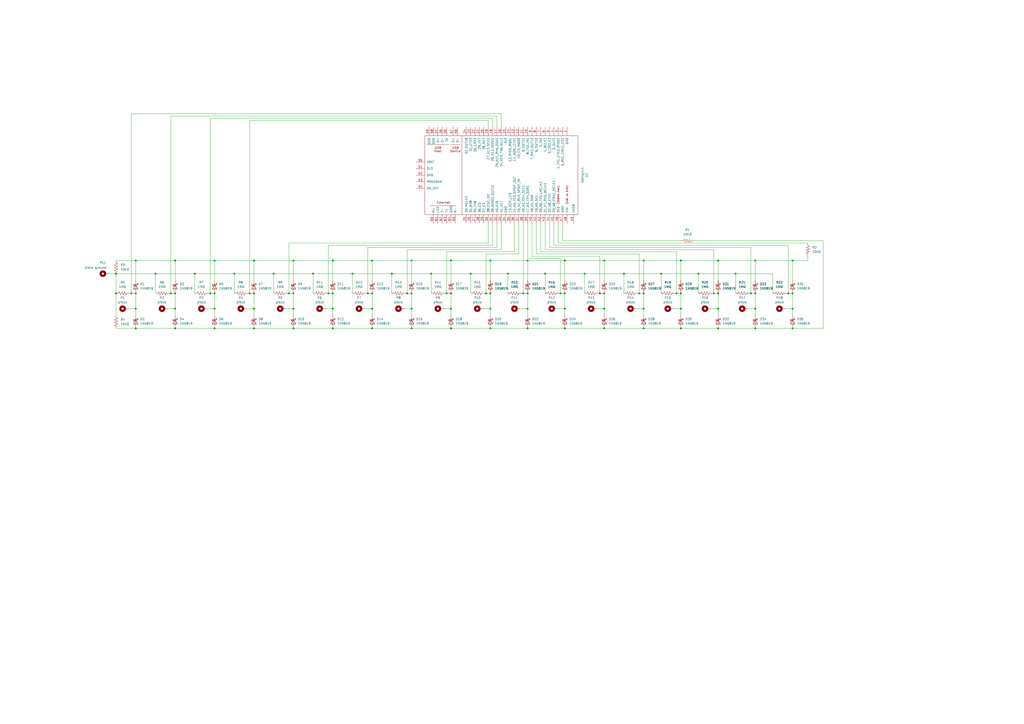
<source format=kicad_sch>
(kicad_sch (version 20231120) (generator "eeschema") (generator_version "8.0")
  (paper "A2")
  (lib_symbols
    (symbol "Device:R_US" (pin_numbers hide) (pin_names (offset 0))
      (property "Reference" "R" (at 2.54 0 90))
      (property "Value" "R_US" (at -2.54 0 90))
      (symbol "R_US_1_1"
        (pin passive line (at 0 3.81 270) (length 1.27) (name "~") (number "1"))
        (pin passive line (at 0 -3.81 90) (length 1.27) (name "~") (number "2"))
      )
    )
    (symbol "Diode:1N5819" (pin_numbers hide) (pin_names (offset 1.016) hide)
      (property "Reference" "D" (at 0 2.54 0))
      (property "Value" "1N5819" (at 0 -2.54 0))
      (symbol "1N5819_1_1"
        (pin passive line (at -3.81 0 0) (length 2.54) (name "K") (number "1"))
        (pin passive line (at 3.81 0 180) (length 2.54) (name "A") (number "2"))
      )
    )
    (symbol "Mechanical:MountingHole_Pad" (pin_numbers hide) (pin_names (offset 1.016) hide) (exclude_from_sim yes) (in_bom no)
      (property "Reference" "H" (at 0 6.35 0))
      (property "Value" "MountingHole_Pad" (at 0 4.445 0))
      (symbol "MountingHole_Pad_1_1"
        (pin input line (at 0 -2.54 90) (length 2.54) (name "1") (number "1"))
      )
    )
    (symbol "Teensy:Teensy4.1" (pin_names (offset 1.016))
      (property "Reference" "U" (at 0 64.77 0))
      (property "Value" "Teensy4.1" (at 0 62.23 0))
      (symbol "Teensy4.1_0_0"
        (text "(250mA max)" (at 11.43 49.53 0) (effects (font (size 1.016 1.016))))
        (text "(3.6v to 5.5v)" (at 11.43 54.61 0) (effects (font (size 1.016 1.016))))
        (text "Device" (at -13.97 -10.16 900) (effects (font (size 1.27 1.27))))
        (text "Ethernet" (at 15.875 -17.145 900) (effects (font (size 1.27 1.27))))
        (text "Host" (at -13.97 -20.32 900) (effects (font (size 1.27 1.27))))
        (text "USB" (at -15.875 -20.32 900) (effects (font (size 1.27 1.27))))
        (text "USB" (at -15.875 -10.16 900) (effects (font (size 1.27 1.27))))
        (pin bidirectional line (at -27.94 31.75 0) (length 5.08) (name "8_TX2_IN1") (number "10"))
        (pin bidirectional line (at -27.94 29.21 0) (length 5.08) (name "9_OUT1C") (number "11"))
        (pin bidirectional line (at -27.94 26.67 0) (length 5.08) (name "10_CS_MQSR") (number "12"))
        (pin bidirectional line (at -27.94 24.13 0) (length 5.08) (name "11_MOSI_CTX1") (number "13"))
        (pin bidirectional line (at -27.94 21.59 0) (length 5.08) (name "12_MISO_MQSL") (number "14"))
        (pin power_in line (at -27.94 19.05 0) (length 5.08) (name "3V3") (number "15"))
        (pin bidirectional line (at -27.94 16.51 0) (length 5.08) (name "24_A10_TX6_SCL2") (number "16"))
        (pin bidirectional line (at -27.94 13.97 0) (length 5.08) (name "25_A11_RX6_SDA2") (number "17"))
        (pin bidirectional line (at -27.94 11.43 0) (length 5.08) (name "26_A12_MOSI1") (number "18"))
        (pin bidirectional line (at -27.94 8.89 0) (length 5.08) (name "27_A13_SCK1") (number "19"))
        (pin bidirectional line (at -27.94 6.35 0) (length 5.08) (name "28_RX7") (number "20"))
        (pin bidirectional line (at -27.94 3.81 0) (length 5.08) (name "29_TX7") (number "21"))
        (pin bidirectional line (at -27.94 1.27 0) (length 5.08) (name "30_CRX3") (number "22"))
        (pin bidirectional line (at -27.94 -1.27 0) (length 5.08) (name "31_CTX3") (number "23"))
        (pin bidirectional line (at -27.94 -3.81 0) (length 5.08) (name "32_OUT1B") (number "24"))
        (pin bidirectional line (at 27.94 -3.81 180) (length 5.08) (name "33_MCLK2") (number "25"))
        (pin bidirectional line (at 27.94 -1.27 180) (length 5.08) (name "34_RX8") (number "26"))
        (pin bidirectional line (at 27.94 1.27 180) (length 5.08) (name "35_TX8") (number "27"))
        (pin bidirectional line (at 27.94 3.81 180) (length 5.08) (name "36_CS") (number "28"))
        (pin bidirectional line (at 27.94 6.35 180) (length 5.08) (name "37_CS") (number "29"))
        (pin bidirectional line (at 27.94 8.89 180) (length 5.08) (name "38_CS1_IN1") (number "30"))
        (pin bidirectional line (at 27.94 11.43 180) (length 5.08) (name "39_MISO1_OUT1A") (number "31"))
        (pin bidirectional line (at 27.94 13.97 180) (length 5.08) (name "40_A16") (number "32"))
        (pin bidirectional line (at 27.94 16.51 180) (length 5.08) (name "41_A17") (number "33"))
        (pin bidirectional line (at 27.94 21.59 180) (length 5.08) (name "13_SCK_LED") (number "35"))
        (pin bidirectional line (at 27.94 24.13 180) (length 5.08) (name "14_A0_TX3_SPDIF_OUT") (number "36"))
        (pin bidirectional line (at 27.94 26.67 180) (length 5.08) (name "15_A1_RX3_SPDIF_IN") (number "37"))
        (pin bidirectional line (at 27.94 29.21 180) (length 5.08) (name "16_A2_RX4_SCL1") (number "38"))
        (pin bidirectional line (at 27.94 31.75 180) (length 5.08) (name "17_A3_TX4_SDA1") (number "39"))
        (pin bidirectional line (at 27.94 34.29 180) (length 5.08) (name "18_A4_SDA") (number "40"))
        (pin bidirectional line (at 27.94 36.83 180) (length 5.08) (name "19_A5_SCL") (number "41"))
        (pin bidirectional line (at 27.94 39.37 180) (length 5.08) (name "20_A6_TX5_LRCLK1") (number "42"))
        (pin bidirectional line (at 27.94 41.91 180) (length 5.08) (name "21_A7_RX5_BCLK1") (number "43"))
        (pin bidirectional line (at 27.94 44.45 180) (length 5.08) (name "22_A8_CTX1") (number "44"))
        (pin bidirectional line (at 27.94 46.99 180) (length 5.08) (name "23_A9_CRX1_MCLK1") (number "45"))
        (pin output line (at 27.94 49.53 180) (length 5.08) (name "3V3") (number "46"))
        (pin output line (at 27.94 52.07 180) (length 5.08) (name "GND") (number "47"))
        (pin power_in line (at 27.94 54.61 180) (length 5.08) (name "VIN") (number "48"))
        (pin power_out line (at 27.94 58.42 180) (length 5.08) (name "VUSB") (number "49"))
        (pin bidirectional line (at -27.94 44.45 0) (length 5.08) (name "3_LRCLK2") (number "5"))
        (pin power_in line (at -7.62 -33.02 90) (length 5.08) (name "VBAT") (number "50"))
        (pin power_in line (at -3.81 -33.02 90) (length 5.08) (name "3V3") (number "51"))
        (pin input line (at 0 -33.02 90) (length 5.08) (name "GND") (number "52"))
        (pin input line (at 3.81 -33.02 90) (length 5.08) (name "PROGRAM") (number "53"))
        (pin input line (at 7.62 -33.02 90) (length 5.08) (name "ON_OFF") (number "54"))
        (pin power_out line (at -27.94 -15.24 0) (length 5.08) (name "5V") (number "55"))
        (pin bidirectional line (at -27.94 -17.78 0) (length 5.08) (name "D-") (number "56"))
        (pin bidirectional line (at -27.94 -20.32 0) (length 5.08) (name "D+") (number "57"))
        (pin power_in line (at -27.94 -22.86 0) (length 5.08) (name "GND") (number "58"))
        (pin power_in line (at -27.94 -25.4 0) (length 5.08) (name "GND") (number "59"))
        (pin bidirectional line (at -27.94 41.91 0) (length 5.08) (name "4_BCLK2") (number "6"))
        (pin bidirectional line (at 27.94 -22.86 180) (length 5.08) (name "R+") (number "60"))
        (pin bidirectional line (at 27.94 -20.32 180) (length 5.08) (name "LED") (number "61"))
        (pin bidirectional line (at 27.94 -17.78 180) (length 5.08) (name "T-") (number "62"))
        (pin bidirectional line (at 27.94 -15.24 180) (length 5.08) (name "T+") (number "63"))
        (pin power_in line (at 27.94 -12.7 180) (length 5.08) (name "GND") (number "64"))
        (pin bidirectional line (at 27.94 -10.16 180) (length 5.08) (name "R-") (number "65"))
        (pin bidirectional line (at -27.94 -8.89 0) (length 5.08) (name "D-") (number "66"))
        (pin bidirectional line (at -27.94 -11.43 0) (length 5.08) (name "D+") (number "67"))
        (pin bidirectional line (at -27.94 39.37 0) (length 5.08) (name "5_IN2") (number "7"))
        (pin bidirectional line (at -27.94 36.83 0) (length 5.08) (name "6_OUT1D") (number "8"))
        (pin bidirectional line (at -27.94 34.29 0) (length 5.08) (name "7_RX2_OUT1A") (number "9"))
      )
      (symbol "Teensy4.1_1_1"
        (pin power_in line (at -27.94 54.61 0) (length 5.08) (name "GND") (number "1"))
        (pin bidirectional line (at -27.94 52.07 0) (length 5.08) (name "0_RX1_CRX2_CS1") (number "2"))
        (pin bidirectional line (at -27.94 49.53 0) (length 5.08) (name "1_TX1_CTX2_MISO1") (number "3"))
        (pin power_in line (at 27.94 19.05 180) (length 5.08) (name "GND") (number "34"))
        (pin bidirectional line (at -27.94 46.99 0) (length 5.08) (name "2_OUT2") (number "4"))
      )
    )
  )
  (junction (at 438.15 179.07))
  (junction (at 350.52 190.5))
  (junction (at 306.07 170.18))
  (junction (at 67.31 158.75))
  (junction (at 327.66 190.5))
  (junction (at 170.18 179.07))
  (junction (at 121.92 170.18))
  (junction (at 350.52 179.07))
  (junction (at 78.74 179.07))
  (junction (at 459.74 190.5))
  (junction (at 236.22 170.18))
  (junction (at 350.52 151.13))
  (junction (at 170.18 170.18))
  (junction (at 435.61 170.18))
  (junction (at 316.23 158.75))
  (junction (at 405.13 158.75))
  (junction (at 78.74 190.5))
  (junction (at 124.46 190.5))
  (junction (at 294.64 158.75))
  (junction (at 170.18 190.5))
  (junction (at 414.02 170.18))
  (junction (at 90.17 158.75))
  (junction (at 416.56 151.13))
  (junction (at 284.48 170.18))
  (junction (at 347.98 170.18))
  (junction (at 78.74 151.13))
  (junction (at 327.66 151.13))
  (junction (at 426.72 158.75))
  (junction (at 259.08 170.18))
  (junction (at 459.74 151.13))
  (junction (at 325.12 170.18))
  (junction (at 306.07 190.5))
  (junction (at 193.04 151.13))
  (junction (at 459.74 170.18))
  (junction (at 147.32 190.5))
  (junction (at 373.38 179.07))
  (junction (at 238.76 190.5))
  (junction (at 261.62 190.5))
  (junction (at 101.6 170.18))
  (junction (at 361.95 158.75))
  (junction (at 193.04 190.5))
  (junction (at 339.09 158.75))
  (junction (at 373.38 190.5))
  (junction (at 238.76 179.07))
  (junction (at 101.6 190.5))
  (junction (at 124.46 179.07))
  (junction (at 261.62 170.18))
  (junction (at 438.15 170.18))
  (junction (at 327.66 179.07))
  (junction (at 373.38 151.13))
  (junction (at 383.54 158.75))
  (junction (at 144.78 170.18))
  (junction (at 147.32 170.18))
  (junction (at 193.04 170.18))
  (junction (at 227.33 158.75))
  (junction (at 167.64 170.18))
  (junction (at 438.15 190.5))
  (junction (at 76.2 170.18))
  (junction (at 193.04 179.07))
  (junction (at 370.84 170.18))
  (junction (at 190.5 170.18))
  (junction (at 113.03 158.75))
  (junction (at 350.52 170.18))
  (junction (at 67.31 170.18))
  (junction (at 215.9 179.07))
  (junction (at 261.62 179.07))
  (junction (at 99.06 170.18))
  (junction (at 204.47 158.75))
  (junction (at 158.75 158.75))
  (junction (at 284.48 151.13))
  (junction (at 416.56 190.5))
  (junction (at 459.74 179.07))
  (junction (at 416.56 170.18))
  (junction (at 135.89 158.75))
  (junction (at 261.62 151.13))
  (junction (at 147.32 151.13))
  (junction (at 101.6 151.13))
  (junction (at 213.36 170.18))
  (junction (at 394.97 190.5))
  (junction (at 327.66 170.18))
  (junction (at 394.97 170.18))
  (junction (at 438.15 151.13))
  (junction (at 394.97 179.07))
  (junction (at 170.18 151.13))
  (junction (at 181.61 158.75))
  (junction (at 215.9 151.13))
  (junction (at 306.07 151.13))
  (junction (at 238.76 170.18))
  (junction (at 281.94 170.18))
  (junction (at 124.46 151.13))
  (junction (at 416.56 179.07))
  (junction (at 101.6 179.07))
  (junction (at 273.05 158.75))
  (junction (at 303.53 170.18))
  (junction (at 373.38 170.18))
  (junction (at 215.9 170.18))
  (junction (at 215.9 190.5))
  (junction (at 457.2 170.18))
  (junction (at 284.48 190.5))
  (junction (at 284.48 179.07))
  (junction (at 124.46 170.18))
  (junction (at 306.07 179.07))
  (junction (at 392.43 170.18))
  (junction (at 78.74 170.18))
  (junction (at 250.19 158.75))
  (junction (at 147.32 179.07))
  (junction (at 394.97 151.13))
  (junction (at 238.76 151.13))
  (wire (pts (xy 391.16 179.07) (xy 394.97 179.07)))
  (wire (pts (xy 316.23 129.54) (xy 316.23 144.78)))
  (wire (pts (xy 144.78 170.18) (xy 147.32 170.18)))
  (wire (pts (xy 193.04 190.5) (xy 215.9 190.5)))
  (wire (pts (xy 394.97 151.13) (xy 394.97 162.56)))
  (wire (pts (xy 339.09 158.75) (xy 339.09 170.18)))
  (wire (pts (xy 438.15 190.5) (xy 459.74 190.5)))
  (wire (pts (xy 455.93 179.07) (xy 459.74 179.07)))
  (wire (pts (xy 350.52 151.13) (xy 373.38 151.13)))
  (wire (pts (xy 298.45 129.54) (xy 298.45 146.05)))
  (wire (pts (xy 323.85 129.54) (xy 323.85 140.97)))
  (wire (pts (xy 76.2 66.04) (xy 76.2 170.18)))
  (wire (pts (xy 99.06 67.31) (xy 288.29 67.31)))
  (wire (pts (xy 124.46 179.07) (xy 124.46 182.88)))
  (wire (pts (xy 204.47 158.75) (xy 204.47 170.18)))
  (wire (pts (xy 193.04 179.07) (xy 193.04 182.88)))
  (wire (pts (xy 170.18 190.5) (xy 193.04 190.5)))
  (wire (pts (xy 361.95 158.75) (xy 383.54 158.75)))
  (wire (pts (xy 67.31 158.75) (xy 67.31 170.18)))
  (wire (pts (xy 67.31 190.5) (xy 78.74 190.5)))
  (wire (pts (xy 405.13 158.75) (xy 426.72 158.75)))
  (wire (pts (xy 236.22 144.78) (xy 236.22 170.18)))
  (wire (pts (xy 124.46 170.18) (xy 124.46 179.07)))
  (wire (pts (xy 170.18 151.13) (xy 193.04 151.13)))
  (wire (pts (xy 227.33 158.75) (xy 227.33 170.18)))
  (wire (pts (xy 394.97 190.5) (xy 416.56 190.5)))
  (wire (pts (xy 213.36 143.51) (xy 213.36 170.18)))
  (wire (pts (xy 167.64 170.18) (xy 170.18 170.18)))
  (wire (pts (xy 101.6 170.18) (xy 101.6 179.07)))
  (wire (pts (xy 316.23 158.75) (xy 316.23 170.18)))
  (wire (pts (xy 280.67 170.18) (xy 281.94 170.18)))
  (wire (pts (xy 350.52 190.5) (xy 373.38 190.5)))
  (wire (pts (xy 147.32 151.13) (xy 170.18 151.13)))
  (wire (pts (xy 303.53 170.18) (xy 306.07 170.18)))
  (wire (pts (xy 250.19 158.75) (xy 250.19 170.18)))
  (wire (pts (xy 215.9 170.18) (xy 215.9 179.07)))
  (wire (pts (xy 238.76 179.07) (xy 238.76 182.88)))
  (wire (pts (xy 414.02 144.78) (xy 316.23 144.78)))
  (wire (pts (xy 350.52 151.13) (xy 350.52 162.56)))
  (wire (pts (xy 416.56 170.18) (xy 416.56 179.07)))
  (wire (pts (xy 67.31 170.18) (xy 67.31 182.88)))
  (wire (pts (xy 321.31 129.54) (xy 321.31 142.24)))
  (wire (pts (xy 350.52 170.18) (xy 350.52 179.07)))
  (wire (pts (xy 434.34 179.07) (xy 438.15 179.07)))
  (wire (pts (xy 346.71 170.18) (xy 347.98 170.18)))
  (wire (pts (xy 313.69 146.05) (xy 392.43 146.05)))
  (wire (pts (xy 74.93 179.07) (xy 78.74 179.07)))
  (wire (pts (xy 97.79 170.18) (xy 99.06 170.18)))
  (wire (pts (xy 227.33 158.75) (xy 250.19 158.75)))
  (wire (pts (xy 477.52 139.7) (xy 477.52 190.5)))
  (wire (pts (xy 101.6 151.13) (xy 101.6 162.56)))
  (wire (pts (xy 238.76 151.13) (xy 238.76 162.56)))
  (wire (pts (xy 435.61 143.51) (xy 435.61 170.18)))
  (wire (pts (xy 215.9 190.5) (xy 238.76 190.5)))
  (wire (pts (xy 326.39 129.54) (xy 326.39 139.7)))
  (wire (pts (xy 99.06 67.31) (xy 99.06 170.18)))
  (wire (pts (xy 213.36 170.18) (xy 215.9 170.18)))
  (wire (pts (xy 78.74 179.07) (xy 78.74 182.88)))
  (wire (pts (xy 373.38 179.07) (xy 373.38 182.88)))
  (wire (pts (xy 120.65 179.07) (xy 124.46 179.07)))
  (wire (pts (xy 394.97 179.07) (xy 394.97 182.88)))
  (wire (pts (xy 280.67 179.07) (xy 284.48 179.07)))
  (wire (pts (xy 394.97 139.7) (xy 326.39 139.7)))
  (wire (pts (xy 327.66 170.18) (xy 327.66 179.07)))
  (wire (pts (xy 147.32 151.13) (xy 147.32 162.56)))
  (wire (pts (xy 190.5 142.24) (xy 285.75 142.24)))
  (wire (pts (xy 392.43 170.18) (xy 394.97 170.18)))
  (wire (pts (xy 284.48 179.07) (xy 284.48 182.88)))
  (wire (pts (xy 306.07 151.13) (xy 306.07 162.56)))
  (wire (pts (xy 438.15 151.13) (xy 459.74 151.13)))
  (wire (pts (xy 285.75 129.54) (xy 285.75 142.24)))
  (wire (pts (xy 350.52 179.07) (xy 350.52 182.88)))
  (wire (pts (xy 90.17 158.75) (xy 113.03 158.75)))
  (wire (pts (xy 438.15 151.13) (xy 438.15 162.56)))
  (wire (pts (xy 294.64 158.75) (xy 316.23 158.75)))
  (wire (pts (xy 259.08 146.05) (xy 259.08 170.18)))
  (wire (pts (xy 257.81 170.18) (xy 259.08 170.18)))
  (wire (pts (xy 370.84 170.18) (xy 373.38 170.18)))
  (wire (pts (xy 459.74 151.13) (xy 468.63 151.13)))
  (wire (pts (xy 300.99 147.32) (xy 281.94 147.32)))
  (wire (pts (xy 124.46 190.5) (xy 147.32 190.5)))
  (wire (pts (xy 250.19 158.75) (xy 273.05 158.75)))
  (wire (pts (xy 306.07 170.18) (xy 306.07 179.07)))
  (wire (pts (xy 302.26 179.07) (xy 306.07 179.07)))
  (wire (pts (xy 101.6 151.13) (xy 124.46 151.13)))
  (wire (pts (xy 306.07 129.54) (xy 306.07 149.86)))
  (wire (pts (xy 284.48 151.13) (xy 284.48 162.56)))
  (wire (pts (xy 193.04 151.13) (xy 193.04 162.56)))
  (wire (pts (xy 306.07 179.07) (xy 306.07 182.88)))
  (wire (pts (xy 236.22 144.78) (xy 290.83 144.78)))
  (wire (pts (xy 303.53 129.54) (xy 303.53 170.18)))
  (wire (pts (xy 294.64 158.75) (xy 294.64 170.18)))
  (wire (pts (xy 167.64 140.97) (xy 167.64 170.18)))
  (wire (pts (xy 215.9 151.13) (xy 215.9 162.56)))
  (wire (pts (xy 63.5 158.75) (xy 67.31 158.75)))
  (wire (pts (xy 416.56 179.07) (xy 416.56 182.88)))
  (wire (pts (xy 346.71 179.07) (xy 350.52 179.07)))
  (wire (pts (xy 261.62 170.18) (xy 261.62 179.07)))
  (wire (pts (xy 434.34 170.18) (xy 435.61 170.18)))
  (wire (pts (xy 285.75 73.66) (xy 285.75 68.58)))
  (wire (pts (xy 283.21 69.85) (xy 144.78 69.85)))
  (wire (pts (xy 438.15 179.07) (xy 438.15 182.88)))
  (wire (pts (xy 318.77 129.54) (xy 318.77 143.51)))
  (wire (pts (xy 383.54 158.75) (xy 405.13 158.75)))
  (wire (pts (xy 394.97 170.18) (xy 394.97 179.07)))
  (wire (pts (xy 373.38 151.13) (xy 373.38 162.56)))
  (wire (pts (xy 394.97 151.13) (xy 416.56 151.13)))
  (wire (pts (xy 215.9 151.13) (xy 238.76 151.13)))
  (wire (pts (xy 234.95 179.07) (xy 238.76 179.07)))
  (wire (pts (xy 290.83 66.04) (xy 290.83 73.66)))
  (wire (pts (xy 99.06 170.18) (xy 101.6 170.18)))
  (wire (pts (xy 212.09 179.07) (xy 215.9 179.07)))
  (wire (pts (xy 189.23 170.18) (xy 190.5 170.18)))
  (wire (pts (xy 302.26 170.18) (xy 303.53 170.18)))
  (wire (pts (xy 97.79 179.07) (xy 101.6 179.07)))
  (wire (pts (xy 259.08 170.18) (xy 261.62 170.18)))
  (wire (pts (xy 135.89 158.75) (xy 135.89 170.18)))
  (wire (pts (xy 78.74 151.13) (xy 101.6 151.13)))
  (wire (pts (xy 283.21 129.54) (xy 283.21 140.97)))
  (wire (pts (xy 67.31 151.13) (xy 78.74 151.13)))
  (wire (pts (xy 78.74 170.18) (xy 78.74 179.07)))
  (wire (pts (xy 166.37 179.07) (xy 170.18 179.07)))
  (wire (pts (xy 113.03 158.75) (xy 135.89 158.75)))
  (wire (pts (xy 135.89 158.75) (xy 158.75 158.75)))
  (wire (pts (xy 283.21 69.85) (xy 283.21 73.66)))
  (wire (pts (xy 189.23 179.07) (xy 193.04 179.07)))
  (wire (pts (xy 323.85 179.07) (xy 327.66 179.07)))
  (wire (pts (xy 190.5 170.18) (xy 193.04 170.18)))
  (wire (pts (xy 290.83 129.54) (xy 290.83 144.78)))
  (wire (pts (xy 325.12 149.86) (xy 306.07 149.86)))
  (wire (pts (xy 238.76 151.13) (xy 261.62 151.13)))
  (wire (pts (xy 147.32 190.5) (xy 170.18 190.5)))
  (wire (pts (xy 193.04 170.18) (xy 193.04 179.07)))
  (wire (pts (xy 285.75 68.58) (xy 121.92 68.58)))
  (wire (pts (xy 300.99 129.54) (xy 300.99 147.32)))
  (wire (pts (xy 120.65 170.18) (xy 121.92 170.18)))
  (wire (pts (xy 323.85 170.18) (xy 325.12 170.18)))
  (wire (pts (xy 373.38 151.13) (xy 394.97 151.13)))
  (wire (pts (xy 402.59 139.7) (xy 477.52 139.7)))
  (wire (pts (xy 412.75 179.07) (xy 416.56 179.07)))
  (wire (pts (xy 121.92 170.18) (xy 124.46 170.18)))
  (wire (pts (xy 273.05 158.75) (xy 294.64 158.75)))
  (wire (pts (xy 113.03 158.75) (xy 113.03 170.18)))
  (wire (pts (xy 306.07 190.5) (xy 327.66 190.5)))
  (wire (pts (xy 468.63 140.97) (xy 323.85 140.97)))
  (wire (pts (xy 193.04 151.13) (xy 215.9 151.13)))
  (wire (pts (xy 339.09 158.75) (xy 361.95 158.75)))
  (wire (pts (xy 468.63 148.59) (xy 468.63 151.13)))
  (wire (pts (xy 327.66 151.13) (xy 350.52 151.13)))
  (wire (pts (xy 74.93 170.18) (xy 76.2 170.18)))
  (wire (pts (xy 121.92 68.58) (xy 121.92 170.18)))
  (wire (pts (xy 234.95 170.18) (xy 236.22 170.18)))
  (wire (pts (xy 90.17 158.75) (xy 90.17 170.18)))
  (wire (pts (xy 370.84 147.32) (xy 370.84 170.18)))
  (wire (pts (xy 261.62 190.5) (xy 284.48 190.5)))
  (wire (pts (xy 306.07 151.13) (xy 327.66 151.13)))
  (wire (pts (xy 143.51 179.07) (xy 147.32 179.07)))
  (wire (pts (xy 347.98 148.59) (xy 308.61 148.59)))
  (wire (pts (xy 170.18 170.18) (xy 170.18 179.07)))
  (wire (pts (xy 361.95 158.75) (xy 361.95 170.18)))
  (wire (pts (xy 459.74 151.13) (xy 459.74 162.56)))
  (wire (pts (xy 284.48 190.5) (xy 306.07 190.5)))
  (wire (pts (xy 438.15 170.18) (xy 438.15 179.07)))
  (wire (pts (xy 281.94 170.18) (xy 284.48 170.18)))
  (wire (pts (xy 261.62 151.13) (xy 261.62 162.56)))
  (wire (pts (xy 416.56 190.5) (xy 438.15 190.5)))
  (wire (pts (xy 204.47 158.75) (xy 227.33 158.75)))
  (wire (pts (xy 170.18 179.07) (xy 170.18 182.88)))
  (wire (pts (xy 236.22 170.18) (xy 238.76 170.18)))
  (wire (pts (xy 426.72 158.75) (xy 448.31 158.75)))
  (wire (pts (xy 167.64 140.97) (xy 283.21 140.97)))
  (wire (pts (xy 392.43 146.05) (xy 392.43 170.18)))
  (wire (pts (xy 325.12 149.86) (xy 325.12 170.18)))
  (wire (pts (xy 313.69 129.54) (xy 313.69 146.05)))
  (wire (pts (xy 373.38 190.5) (xy 394.97 190.5)))
  (wire (pts (xy 311.15 129.54) (xy 311.15 147.32)))
  (wire (pts (xy 457.2 142.24) (xy 321.31 142.24)))
  (wire (pts (xy 459.74 190.5) (xy 477.52 190.5)))
  (wire (pts (xy 298.45 146.05) (xy 259.08 146.05)))
  (wire (pts (xy 316.23 158.75) (xy 339.09 158.75)))
  (wire (pts (xy 414.02 170.18) (xy 416.56 170.18)))
  (wire (pts (xy 383.54 158.75) (xy 383.54 170.18)))
  (wire (pts (xy 284.48 151.13) (xy 306.07 151.13)))
  (wire (pts (xy 284.48 170.18) (xy 284.48 179.07)))
  (wire (pts (xy 147.32 170.18) (xy 147.32 179.07)))
  (wire (pts (xy 76.2 170.18) (xy 78.74 170.18)))
  (wire (pts (xy 457.2 142.24) (xy 457.2 170.18)))
  (wire (pts (xy 181.61 158.75) (xy 204.47 158.75)))
  (wire (pts (xy 190.5 142.24) (xy 190.5 170.18)))
  (wire (pts (xy 238.76 170.18) (xy 238.76 179.07)))
  (wire (pts (xy 435.61 143.51) (xy 318.77 143.51)))
  (wire (pts (xy 170.18 151.13) (xy 170.18 162.56)))
  (wire (pts (xy 391.16 170.18) (xy 392.43 170.18)))
  (wire (pts (xy 144.78 69.85) (xy 144.78 170.18)))
  (wire (pts (xy 78.74 151.13) (xy 78.74 162.56)))
  (wire (pts (xy 290.83 66.04) (xy 76.2 66.04)))
  (wire (pts (xy 412.75 170.18) (xy 414.02 170.18)))
  (wire (pts (xy 101.6 190.5) (xy 124.46 190.5)))
  (wire (pts (xy 327.66 151.13) (xy 327.66 162.56)))
  (wire (pts (xy 257.81 179.07) (xy 261.62 179.07)))
  (wire (pts (xy 213.36 143.51) (xy 288.29 143.51)))
  (wire (pts (xy 369.57 170.18) (xy 370.84 170.18)))
  (wire (pts (xy 273.05 158.75) (xy 273.05 170.18)))
  (wire (pts (xy 455.93 170.18) (xy 457.2 170.18)))
  (wire (pts (xy 457.2 170.18) (xy 459.74 170.18)))
  (wire (pts (xy 288.29 67.31) (xy 288.29 73.66)))
  (wire (pts (xy 261.62 179.07) (xy 261.62 182.88)))
  (wire (pts (xy 261.62 151.13) (xy 284.48 151.13)))
  (wire (pts (xy 459.74 170.18) (xy 459.74 179.07)))
  (wire (pts (xy 78.74 190.5) (xy 101.6 190.5)))
  (wire (pts (xy 158.75 158.75) (xy 181.61 158.75)))
  (wire (pts (xy 158.75 158.75) (xy 158.75 170.18)))
  (wire (pts (xy 215.9 179.07) (xy 215.9 182.88)))
  (wire (pts (xy 347.98 148.59) (xy 347.98 170.18)))
  (wire (pts (xy 101.6 179.07) (xy 101.6 182.88)))
  (wire (pts (xy 311.15 147.32) (xy 370.84 147.32)))
  (wire (pts (xy 288.29 129.54) (xy 288.29 143.51)))
  (wire (pts (xy 459.74 179.07) (xy 459.74 182.88)))
  (wire (pts (xy 166.37 170.18) (xy 167.64 170.18)))
  (wire (pts (xy 143.51 170.18) (xy 144.78 170.18)))
  (wire (pts (xy 435.61 170.18) (xy 438.15 170.18)))
  (wire (pts (xy 327.66 190.5) (xy 350.52 190.5)))
  (wire (pts (xy 347.98 170.18) (xy 350.52 170.18)))
  (wire (pts (xy 416.56 151.13) (xy 438.15 151.13)))
  (wire (pts (xy 426.72 158.75) (xy 426.72 170.18)))
  (wire (pts (xy 124.46 151.13) (xy 124.46 162.56)))
  (wire (pts (xy 448.31 158.75) (xy 448.31 170.18)))
  (wire (pts (xy 67.31 158.75) (xy 90.17 158.75)))
  (wire (pts (xy 369.57 179.07) (xy 373.38 179.07)))
  (wire (pts (xy 325.12 170.18) (xy 327.66 170.18)))
  (wire (pts (xy 416.56 151.13) (xy 416.56 162.56)))
  (wire (pts (xy 147.32 179.07) (xy 147.32 182.88)))
  (wire (pts (xy 212.09 170.18) (xy 213.36 170.18)))
  (wire (pts (xy 414.02 144.78) (xy 414.02 170.18)))
  (wire (pts (xy 405.13 158.75) (xy 405.13 170.18)))
  (wire (pts (xy 124.46 151.13) (xy 147.32 151.13)))
  (wire (pts (xy 327.66 179.07) (xy 327.66 182.88)))
  (wire (pts (xy 308.61 148.59) (xy 308.61 129.54)))
  (wire (pts (xy 373.38 170.18) (xy 373.38 179.07)))
  (wire (pts (xy 238.76 190.5) (xy 261.62 190.5)))
  (wire (pts (xy 281.94 147.32) (xy 281.94 170.18)))
  (wire (pts (xy 181.61 158.75) (xy 181.61 170.18)))
  (symbol (lib_id "Device:R_US") (at 231.14 170.18 270) (unit 1)
    (property "Reference" "R13" (at 231.14 163.83 90))
    (property "Value" "1MΩ" (at 231.14 166.37 90))
    (property "Footprint" "Resistor_THT:R_Axial_DIN0414_L11.9mm_D4.5mm_P15.24mm_Horizontal" (effects (hide yes)))
    (property "Description" "Resistor, US symbol" (effects (hide yes)))
  )
  (symbol (lib_id "Diode:1N5819") (at 101.6 166.37 270) (unit 1)
    (property "Reference" "D3" (at 104.14 164.7824 90) (effects (justify left)))
    (property "Value" "1N5819" (at 104.14 167.3224 90) (effects (justify left)))
    (property "Footprint" "Diode_THT:D_DO-41_SOD81_P10.16mm_Horizontal" (effects (hide yes)))
    (property "Datasheet" "http://www.vishay.com/docs/88525/1n5817.pdf" (effects (hide yes)))
    (property "Description" "40V 1A Schottky Barrier Rectifier Diode, DO-41" (effects (hide yes)))
  )
  (symbol (lib_id "Diode:1N5819") (at 215.9 186.69 270) (unit 1)
    (property "Reference" "D14" (at 218.44 185.1024 90) (effects (justify left)))
    (property "Value" "1N5819" (at 218.44 187.6424 90) (effects (justify left)))
    (property "Footprint" "Diode_THT:D_DO-41_SOD81_P10.16mm_Horizontal" (effects (hide yes)))
    (property "Datasheet" "http://www.vishay.com/docs/88525/1n5817.pdf" (effects (hide yes)))
    (property "Description" "40V 1A Schottky Barrier Rectifier Diode, DO-41" (effects (hide yes)))
  )
  (symbol (lib_id "Diode:1N5819") (at 78.74 166.37 270) (unit 1)
    (property "Reference" "D1" (at 81.28 164.7824 90) (effects (justify left)))
    (property "Value" "1N5819" (at 81.28 167.3224 90) (effects (justify left)))
    (property "Footprint" "Diode_THT:D_DO-41_SOD81_P10.16mm_Horizontal" (effects (hide yes)))
    (property "Datasheet" "http://www.vishay.com/docs/88525/1n5817.pdf" (effects (hide yes)))
    (property "Description" "40V 1A Schottky Barrier Rectifier Diode, DO-41" (effects (hide yes)))
  )
  (symbol (lib_id "Diode:1N5819") (at 215.9 166.37 270) (unit 1)
    (property "Reference" "D13" (at 218.44 164.7824 90) (effects (justify left)))
    (property "Value" "1N5819" (at 218.44 167.3224 90) (effects (justify left)))
    (property "Footprint" "Diode_THT:D_DO-41_SOD81_P10.16mm_Horizontal" (effects (hide yes)))
    (property "Datasheet" "http://www.vishay.com/docs/88525/1n5817.pdf" (effects (hide yes)))
    (property "Description" "40V 1A Schottky Barrier Rectifier Diode, DO-41" (effects (hide yes)))
  )
  (symbol (lib_id "Diode:1N5819") (at 459.74 186.69 270) (unit 1)
    (property "Reference" "D36" (at 462.28 185.1024 90) (effects (justify left)))
    (property "Value" "1N5819" (at 462.28 187.6424 90) (effects (justify left)))
    (property "Footprint" "Diode_THT:D_DO-41_SOD81_P10.16mm_Horizontal" (effects (hide yes)))
    (property "Datasheet" "http://www.vishay.com/docs/88525/1n5817.pdf" (effects (hide yes)))
    (property "Description" "40V 1A Schottky Barrier Rectifier Diode, DO-41" (effects (hide yes)))
  )
  (symbol (lib_id "Diode:1N5819") (at 170.18 186.69 270) (unit 1)
    (property "Reference" "D10" (at 172.72 185.1024 90) (effects (justify left)))
    (property "Value" "1N5819" (at 172.72 187.6424 90) (effects (justify left)))
    (property "Footprint" "Diode_THT:D_DO-41_SOD81_P10.16mm_Horizontal" (effects (hide yes)))
    (property "Datasheet" "http://www.vishay.com/docs/88525/1n5817.pdf" (effects (hide yes)))
    (property "Description" "40V 1A Schottky Barrier Rectifier Diode, DO-41" (effects (hide yes)))
  )
  (symbol (lib_id "Diode:1N5819") (at 416.56 166.37 270) (unit 1)
    (property "Reference" "D31" (at 419.1 164.7824 90) (effects (justify left)))
    (property "Value" "1N5819" (at 419.1 167.3224 90) (effects (justify left)))
    (property "Footprint" "Diode_THT:D_DO-41_SOD81_P10.16mm_Horizontal" (effects (hide yes)))
    (property "Datasheet" "http://www.vishay.com/docs/88525/1n5817.pdf" (effects (hide yes)))
    (property "Description" "40V 1A Schottky Barrier Rectifier Diode, DO-41" (effects (hide yes)))
  )
  (symbol (lib_id "Mechanical:MountingHole_Pad") (at 118.11 179.07 90) (unit 1) (exclude_from_sim yes) (in_bom no)
    (property "Reference" "P3" (at 116.84 172.72 90))
    (property "Value" "piezo" (at 116.84 175.26 90))
    (property "Footprint" "MountingHole:MountingHole_2.2mm_M2_DIN965_Pad" (effects (hide yes)))
    (property "Description" "Mounting Hole with connection" (effects (hide yes)))
  )
  (symbol (lib_id "Diode:1N5819") (at 124.46 186.69 270) (unit 1)
    (property "Reference" "D6" (at 127 185.1024 90) (effects (justify left)))
    (property "Value" "1N5819" (at 127 187.6424 90) (effects (justify left)))
    (property "Footprint" "Diode_THT:D_DO-41_SOD81_P10.16mm_Horizontal" (effects (hide yes)))
    (property "Datasheet" "http://www.vishay.com/docs/88525/1n5817.pdf" (effects (hide yes)))
    (property "Description" "40V 1A Schottky Barrier Rectifier Diode, DO-41" (effects (hide yes)))
  )
  (symbol (lib_id "Device:R_US") (at 67.31 154.94 0) (unit 1)
    (property "Reference" "R3" (at 69.85 153.6699 0) (effects (justify left)))
    (property "Value" "10kΩ" (at 69.85 156.2099 0) (effects (justify left)))
    (property "Footprint" "Resistor_THT:R_Axial_DIN0414_L11.9mm_D4.5mm_P15.24mm_Horizontal" (effects (hide yes)))
    (property "Description" "Resistor, US symbol" (effects (hide yes)))
  )
  (symbol (lib_id "Mechanical:MountingHole_Pad") (at 344.17 179.07 90) (unit 1) (exclude_from_sim yes) (in_bom no)
    (property "Reference" "P13" (at 342.9 172.72 90))
    (property "Value" "piezo" (at 342.9 175.26 90))
    (property "Footprint" "MountingHole:MountingHole_2.2mm_M2_DIN965_Pad" (effects (hide yes)))
    (property "Description" "Mounting Hole with connection" (effects (hide yes)))
  )
  (symbol (lib_id "Mechanical:MountingHole_Pad") (at 209.55 179.07 90) (unit 1) (exclude_from_sim yes) (in_bom no)
    (property "Reference" "P7" (at 208.28 172.72 90))
    (property "Value" "piezo" (at 208.28 175.26 90))
    (property "Footprint" "MountingHole:MountingHole_2.2mm_M2_DIN965_Pad" (effects (hide yes)))
    (property "Description" "Mounting Hole with connection" (effects (hide yes)))
  )
  (symbol (lib_id "Device:R_US") (at 387.35 170.18 270) (unit 1)
    (property "Reference" "R19" (at 387.35 163.83 90))
    (property "Value" "1MΩ" (at 387.35 166.37 90))
    (property "Footprint" "Resistor_THT:R_Axial_DIN0414_L11.9mm_D4.5mm_P15.24mm_Horizontal" (effects (hide yes)))
    (property "Description" "Resistor, US symbol" (effects (hide yes)))
  )
  (symbol (lib_id "Diode:1N5819") (at 124.46 166.37 270) (unit 1)
    (property "Reference" "D5" (at 127 164.7824 90) (effects (justify left)))
    (property "Value" "1N5819" (at 127 167.3224 90) (effects (justify left)))
    (property "Footprint" "Diode_THT:D_DO-41_SOD81_P10.16mm_Horizontal" (effects (hide yes)))
    (property "Datasheet" "http://www.vishay.com/docs/88525/1n5817.pdf" (effects (hide yes)))
    (property "Description" "40V 1A Schottky Barrier Rectifier Diode, DO-41" (effects (hide yes)))
  )
  (symbol (lib_id "Device:R_US") (at 342.9 170.18 270) (unit 1)
    (property "Reference" "R17" (at 342.9 163.83 90))
    (property "Value" "1MΩ" (at 342.9 166.37 90))
    (property "Footprint" "Resistor_THT:R_Axial_DIN0414_L11.9mm_D4.5mm_P15.24mm_Horizontal" (effects (hide yes)))
    (property "Description" "Resistor, US symbol" (effects (hide yes)))
  )
  (symbol (lib_id "Diode:1N5819") (at 306.07 186.69 270) (unit 1)
    (property "Reference" "D22" (at 308.61 185.1024 90) (effects (justify left)))
    (property "Value" "1N5819" (at 308.61 187.6424 90) (effects (justify left)))
    (property "Footprint" "Diode_THT:D_DO-41_SOD81_P10.16mm_Horizontal" (effects (hide yes)))
    (property "Datasheet" "http://www.vishay.com/docs/88525/1n5817.pdf" (effects (hide yes)))
    (property "Description" "40V 1A Schottky Barrier Rectifier Diode, DO-41" (effects (hide yes)))
  )
  (symbol (lib_id "Mechanical:MountingHole_Pad") (at 95.25 179.07 90) (unit 1) (exclude_from_sim yes) (in_bom no)
    (property "Reference" "P2" (at 93.98 172.72 90))
    (property "Value" "piezo" (at 93.98 175.26 90))
    (property "Footprint" "MountingHole:MountingHole_2.2mm_M2_DIN965_Pad" (effects (hide yes)))
    (property "Description" "Mounting Hole with connection" (effects (hide yes)))
  )
  (symbol (lib_id "Device:R_US") (at 468.63 144.78 0) (unit 1)
    (property "Reference" "R2" (at 471.17 143.5099 0) (effects (justify left)))
    (property "Value" "10kΩ" (at 471.17 146.0499 0) (effects (justify left)))
    (property "Footprint" "Resistor_THT:R_Axial_DIN0414_L11.9mm_D4.5mm_P15.24mm_Horizontal" (effects (hide yes)))
    (property "Description" "Resistor, US symbol" (effects (hide yes)))
  )
  (symbol (lib_id "Device:R_US") (at 298.45 170.18 270) (unit 1)
    (property "Reference" "R10" (at 298.45 163.83 90))
    (property "Value" "1MΩ" (at 298.45 166.37 90))
    (property "Footprint" "Resistor_THT:R_Axial_DIN0414_L11.9mm_D4.5mm_P15.24mm_Horizontal" (effects (hide yes)))
    (property "Description" "Resistor, US symbol" (effects (hide yes)))
  )
  (symbol (lib_id "Device:R_US") (at 93.98 170.18 270) (unit 1)
    (property "Reference" "R6" (at 93.98 163.83 90))
    (property "Value" "1MΩ" (at 93.98 166.37 90))
    (property "Footprint" "Resistor_THT:R_Axial_DIN0414_L11.9mm_D4.5mm_P15.24mm_Horizontal" (effects (hide yes)))
    (property "Description" "Resistor, US symbol" (effects (hide yes)))
  )
  (symbol (lib_id "Mechanical:MountingHole_Pad") (at 388.62 179.07 90) (unit 1) (exclude_from_sim yes) (in_bom no)
    (property "Reference" "P15" (at 387.35 172.72 90))
    (property "Value" "piezo" (at 387.35 175.26 90))
    (property "Footprint" "MountingHole:MountingHole_2.2mm_M2_DIN965_Pad" (effects (hide yes)))
    (property "Description" "Mounting Hole with connection" (effects (hide yes)))
  )
  (symbol (lib_id "Diode:1N5819") (at 438.15 166.37 270) (unit 1)
    (property "Reference" "D33" (at 440.69 164.7824 90) (effects (justify left)))
    (property "Value" "1N5819" (at 440.69 167.3224 90) (effects (justify left)))
    (property "Footprint" "Diode_THT:D_DO-41_SOD81_P10.16mm_Horizontal" (effects (hide yes)))
    (property "Datasheet" "http://www.vishay.com/docs/88525/1n5817.pdf" (effects (hide yes)))
    (property "Description" "40V 1A Schottky Barrier Rectifier Diode, DO-41" (effects (hide yes)))
  )
  (symbol (lib_id "Diode:1N5819") (at 78.74 186.69 270) (unit 1)
    (property "Reference" "D2" (at 81.28 185.1024 90) (effects (justify left)))
    (property "Value" "1N5819" (at 81.28 187.6424 90) (effects (justify left)))
    (property "Footprint" "Diode_THT:D_DO-41_SOD81_P10.16mm_Horizontal" (effects (hide yes)))
    (property "Datasheet" "http://www.vishay.com/docs/88525/1n5817.pdf" (effects (hide yes)))
    (property "Description" "40V 1A Schottky Barrier Rectifier Diode, DO-41" (effects (hide yes)))
  )
  (symbol (lib_id "Diode:1N5819") (at 350.52 186.69 270) (unit 1)
    (property "Reference" "D26" (at 353.06 185.1024 90) (effects (justify left)))
    (property "Value" "1N5819" (at 353.06 187.6424 90) (effects (justify left)))
    (property "Footprint" "Diode_THT:D_DO-41_SOD81_P10.16mm_Horizontal" (effects (hide yes)))
    (property "Datasheet" "http://www.vishay.com/docs/88525/1n5817.pdf" (effects (hide yes)))
    (property "Description" "40V 1A Schottky Barrier Rectifier Diode, DO-41" (effects (hide yes)))
  )
  (symbol (lib_id "Diode:1N5819") (at 350.52 166.37 270) (unit 1)
    (property "Reference" "D25" (at 353.06 164.7824 90) (effects (justify left)))
    (property "Value" "1N5819" (at 353.06 167.3224 90) (effects (justify left)))
    (property "Footprint" "Diode_THT:D_DO-41_SOD81_P10.16mm_Horizontal" (effects (hide yes)))
    (property "Datasheet" "http://www.vishay.com/docs/88525/1n5817.pdf" (effects (hide yes)))
    (property "Description" "40V 1A Schottky Barrier Rectifier Diode, DO-41" (effects (hide yes)))
  )
  (symbol (lib_id "Device:R_US") (at 116.84 170.18 270) (unit 1)
    (property "Reference" "R7" (at 116.84 163.83 90))
    (property "Value" "1MΩ" (at 116.84 166.37 90))
    (property "Footprint" "Resistor_THT:R_Axial_DIN0414_L11.9mm_D4.5mm_P15.24mm_Horizontal" (effects (hide yes)))
    (property "Description" "Resistor, US symbol" (effects (hide yes)))
  )
  (symbol (lib_id "Mechanical:MountingHole_Pad") (at 72.39 179.07 90) (unit 1) (exclude_from_sim yes) (in_bom no)
    (property "Reference" "P1" (at 71.12 172.72 90))
    (property "Value" "piezo" (at 71.12 175.26 90))
    (property "Footprint" "MountingHole:MountingHole_2.2mm_M2_DIN965_Pad" (effects (hide yes)))
    (property "Description" "Mounting Hole with connection" (effects (hide yes)))
  )
  (symbol (lib_id "Diode:1N5819") (at 261.62 186.69 270) (unit 1)
    (property "Reference" "D18" (at 264.16 185.1024 90) (effects (justify left)))
    (property "Value" "1N5819" (at 264.16 187.6424 90) (effects (justify left)))
    (property "Footprint" "Diode_THT:D_DO-41_SOD81_P10.16mm_Horizontal" (effects (hide yes)))
    (property "Datasheet" "http://www.vishay.com/docs/88525/1n5817.pdf" (effects (hide yes)))
    (property "Description" "40V 1A Schottky Barrier Rectifier Diode, DO-41" (effects (hide yes)))
  )
  (symbol (lib_id "Mechanical:MountingHole_Pad") (at 140.97 179.07 90) (unit 1) (exclude_from_sim yes) (in_bom no)
    (property "Reference" "P4" (at 139.7 172.72 90))
    (property "Value" "piezo" (at 139.7 175.26 90))
    (property "Footprint" "MountingHole:MountingHole_2.2mm_M2_DIN965_Pad" (effects (hide yes)))
    (property "Description" "Mounting Hole with connection" (effects (hide yes)))
  )
  (symbol (lib_id "Mechanical:MountingHole_Pad") (at 453.39 179.07 90) (unit 1) (exclude_from_sim yes) (in_bom no)
    (property "Reference" "P18" (at 452.12 172.72 90))
    (property "Value" "piezo" (at 452.12 175.26 90))
    (property "Footprint" "MountingHole:MountingHole_2.2mm_M2_DIN965_Pad" (effects (hide yes)))
    (property "Description" "Mounting Hole with connection" (effects (hide yes)))
  )
  (symbol (lib_id "Device:R_US") (at 452.12 170.18 270) (unit 1)
    (property "Reference" "R22" (at 452.12 163.83 90))
    (property "Value" "1MΩ" (at 452.12 166.37 90))
    (property "Footprint" "Resistor_THT:R_Axial_DIN0414_L11.9mm_D4.5mm_P15.24mm_Horizontal" (effects (hide yes)))
    (property "Description" "Resistor, US symbol" (effects (hide yes)))
  )
  (symbol (lib_id "Mechanical:MountingHole_Pad") (at 232.41 179.07 90) (unit 1) (exclude_from_sim yes) (in_bom no)
    (property "Reference" "P8" (at 231.14 172.72 90))
    (property "Value" "piezo" (at 231.14 175.26 90))
    (property "Footprint" "MountingHole:MountingHole_2.2mm_M2_DIN965_Pad" (effects (hide yes)))
    (property "Description" "Mounting Hole with connection" (effects (hide yes)))
  )
  (symbol (lib_id "Device:R_US") (at 162.56 170.18 270) (unit 1)
    (property "Reference" "R9" (at 162.56 163.83 90))
    (property "Value" "1MΩ" (at 162.56 166.37 90))
    (property "Footprint" "Resistor_THT:R_Axial_DIN0414_L11.9mm_D4.5mm_P15.24mm_Horizontal" (effects (hide yes)))
    (property "Description" "Resistor, US symbol" (effects (hide yes)))
  )
  (symbol (lib_id "Diode:1N5819") (at 147.32 186.69 270) (unit 1)
    (property "Reference" "D8" (at 149.86 185.1024 90) (effects (justify left)))
    (property "Value" "1N5819" (at 149.86 187.6424 90) (effects (justify left)))
    (property "Footprint" "Diode_THT:D_DO-41_SOD81_P10.16mm_Horizontal" (effects (hide yes)))
    (property "Datasheet" "http://www.vishay.com/docs/88525/1n5817.pdf" (effects (hide yes)))
    (property "Description" "40V 1A Schottky Barrier Rectifier Diode, DO-41" (effects (hide yes)))
  )
  (symbol (lib_id "Mechanical:MountingHole_Pad") (at 367.03 179.07 90) (unit 1) (exclude_from_sim yes) (in_bom no)
    (property "Reference" "P14" (at 365.76 172.72 90))
    (property "Value" "piezo" (at 365.76 175.26 90))
    (property "Footprint" "MountingHole:MountingHole_2.2mm_M2_DIN965_Pad" (effects (hide yes)))
    (property "Description" "Mounting Hole with connection" (effects (hide yes)))
  )
  (symbol (lib_id "Mechanical:MountingHole_Pad") (at 410.21 179.07 90) (unit 1) (exclude_from_sim yes) (in_bom no)
    (property "Reference" "P16" (at 408.94 172.72 90))
    (property "Value" "piezo" (at 408.94 175.26 90))
    (property "Footprint" "MountingHole:MountingHole_2.2mm_M2_DIN965_Pad" (effects (hide yes)))
    (property "Description" "Mounting Hole with connection" (effects (hide yes)))
  )
  (symbol (lib_id "Diode:1N5819") (at 459.74 166.37 270) (unit 1)
    (property "Reference" "D35" (at 462.28 164.7824 90) (effects (justify left)))
    (property "Value" "1N5819" (at 462.28 167.3224 90) (effects (justify left)))
    (property "Footprint" "Diode_THT:D_DO-41_SOD81_P10.16mm_Horizontal" (effects (hide yes)))
    (property "Datasheet" "http://www.vishay.com/docs/88525/1n5817.pdf" (effects (hide yes)))
    (property "Description" "40V 1A Schottky Barrier Rectifier Diode, DO-41" (effects (hide yes)))
  )
  (symbol (lib_id "Device:R_US") (at 67.31 186.69 0) (unit 1)
    (property "Reference" "R4" (at 69.85 185.4199 0) (effects (justify left)))
    (property "Value" "10kΩ" (at 69.85 187.9599 0) (effects (justify left)))
    (property "Footprint" "Resistor_THT:R_Axial_DIN0414_L11.9mm_D4.5mm_P15.24mm_Horizontal" (effects (hide yes)))
    (property "Description" "Resistor, US symbol" (effects (hide yes)))
  )
  (symbol (lib_id "Diode:1N5819") (at 261.62 166.37 270) (unit 1)
    (property "Reference" "D17" (at 264.16 164.7824 90) (effects (justify left)))
    (property "Value" "1N5819" (at 264.16 167.3224 90) (effects (justify left)))
    (property "Footprint" "Diode_THT:D_DO-41_SOD81_P10.16mm_Horizontal" (effects (hide yes)))
    (property "Datasheet" "http://www.vishay.com/docs/88525/1n5817.pdf" (effects (hide yes)))
    (property "Description" "40V 1A Schottky Barrier Rectifier Diode, DO-41" (effects (hide yes)))
  )
  (symbol (lib_id "Mechanical:MountingHole_Pad") (at 163.83 179.07 90) (unit 1) (exclude_from_sim yes) (in_bom no)
    (property "Reference" "P5" (at 162.56 172.72 90))
    (property "Value" "piezo" (at 162.56 175.26 90))
    (property "Footprint" "MountingHole:MountingHole_2.2mm_M2_DIN965_Pad" (effects (hide yes)))
    (property "Description" "Mounting Hole with connection" (effects (hide yes)))
  )
  (symbol (lib_id "Diode:1N5819") (at 170.18 166.37 270) (unit 1)
    (property "Reference" "D9" (at 172.72 164.7824 90) (effects (justify left)))
    (property "Value" "1N5819" (at 172.72 167.3224 90) (effects (justify left)))
    (property "Footprint" "Diode_THT:D_DO-41_SOD81_P10.16mm_Horizontal" (effects (hide yes)))
    (property "Datasheet" "http://www.vishay.com/docs/88525/1n5817.pdf" (effects (hide yes)))
    (property "Description" "40V 1A Schottky Barrier Rectifier Diode, DO-41" (effects (hide yes)))
  )
  (symbol (lib_id "Mechanical:MountingHole_Pad") (at 186.69 179.07 90) (unit 1) (exclude_from_sim yes) (in_bom no)
    (property "Reference" "P6" (at 185.42 172.72 90))
    (property "Value" "piezo" (at 185.42 175.26 90))
    (property "Footprint" "MountingHole:MountingHole_2.2mm_M2_DIN965_Pad" (effects (hide yes)))
    (property "Description" "Mounting Hole with connection" (effects (hide yes)))
  )
  (symbol (lib_id "Device:R_US") (at 408.94 170.18 270) (unit 1)
    (property "Reference" "R20" (at 408.94 163.83 90))
    (property "Value" "1MΩ" (at 408.94 166.37 90))
    (property "Footprint" "Resistor_THT:R_Axial_DIN0414_L11.9mm_D4.5mm_P15.24mm_Horizontal" (effects (hide yes)))
    (property "Description" "Resistor, US symbol" (effects (hide yes)))
  )
  (symbol (lib_id "Diode:1N5819") (at 416.56 186.69 270) (unit 1)
    (property "Reference" "D32" (at 419.1 185.1024 90) (effects (justify left)))
    (property "Value" "1N5819" (at 419.1 187.6424 90) (effects (justify left)))
    (property "Footprint" "Diode_THT:D_DO-41_SOD81_P10.16mm_Horizontal" (effects (hide yes)))
    (property "Datasheet" "http://www.vishay.com/docs/88525/1n5817.pdf" (effects (hide yes)))
    (property "Description" "40V 1A Schottky Barrier Rectifier Diode, DO-41" (effects (hide yes)))
  )
  (symbol (lib_id "Mechanical:MountingHole_Pad") (at 299.72 179.07 90) (unit 1) (exclude_from_sim yes) (in_bom no)
    (property "Reference" "P11" (at 298.45 172.72 90))
    (property "Value" "piezo" (at 298.45 175.26 90))
    (property "Footprint" "MountingHole:MountingHole_2.2mm_M2_DIN965_Pad" (effects (hide yes)))
    (property "Description" "Mounting Hole with connection" (effects (hide yes)))
  )
  (symbol (lib_id "Diode:1N5819") (at 394.97 186.69 270) (unit 1)
    (property "Reference" "D30" (at 397.51 185.1024 90) (effects (justify left)))
    (property "Value" "1N5819" (at 397.51 187.6424 90) (effects (justify left)))
    (property "Footprint" "Diode_THT:D_DO-41_SOD81_P10.16mm_Horizontal" (effects (hide yes)))
    (property "Datasheet" "http://www.vishay.com/docs/88525/1n5817.pdf" (effects (hide yes)))
    (property "Description" "40V 1A Schottky Barrier Rectifier Diode, DO-41" (effects (hide yes)))
  )
  (symbol (lib_id "Diode:1N5819") (at 327.66 166.37 270) (unit 1)
    (property "Reference" "D23" (at 330.2 164.7824 90) (effects (justify left)))
    (property "Value" "1N5819" (at 330.2 167.3224 90) (effects (justify left)))
    (property "Footprint" "Diode_THT:D_DO-41_SOD81_P10.16mm_Horizontal" (effects (hide yes)))
    (property "Datasheet" "http://www.vishay.com/docs/88525/1n5817.pdf" (effects (hide yes)))
    (property "Description" "40V 1A Schottky Barrier Rectifier Diode, DO-41" (effects (hide yes)))
  )
  (symbol (lib_id "Device:R_US") (at 71.12 170.18 270) (unit 1)
    (property "Reference" "R5" (at 71.12 163.83 90))
    (property "Value" "1MΩ" (at 71.12 166.37 90))
    (property "Footprint" "Resistor_THT:R_Axial_DIN0414_L11.9mm_D4.5mm_P15.24mm_Horizontal" (effects (hide yes)))
    (property "Description" "Resistor, US symbol" (effects (hide yes)))
  )
  (symbol (lib_id "Diode:1N5819") (at 238.76 186.69 270) (unit 1)
    (property "Reference" "D16" (at 241.3 185.1024 90) (effects (justify left)))
    (property "Value" "1N5819" (at 241.3 187.6424 90) (effects (justify left)))
    (property "Footprint" "Diode_THT:D_DO-41_SOD81_P10.16mm_Horizontal" (effects (hide yes)))
    (property "Datasheet" "http://www.vishay.com/docs/88525/1n5817.pdf" (effects (hide yes)))
    (property "Description" "40V 1A Schottky Barrier Rectifier Diode, DO-41" (effects (hide yes)))
  )
  (symbol (lib_id "Diode:1N5819") (at 193.04 166.37 270) (unit 1)
    (property "Reference" "D11" (at 195.58 164.7824 90) (effects (justify left)))
    (property "Value" "1N5819" (at 195.58 167.3224 90) (effects (justify left)))
    (property "Footprint" "Diode_THT:D_DO-41_SOD81_P10.16mm_Horizontal" (effects (hide yes)))
    (property "Datasheet" "http://www.vishay.com/docs/88525/1n5817.pdf" (effects (hide yes)))
    (property "Description" "40V 1A Schottky Barrier Rectifier Diode, DO-41" (effects (hide yes)))
  )
  (symbol (lib_id "Device:R_US") (at 398.78 139.7 90) (unit 1)
    (property "Reference" "R1" (at 398.78 133.35 90))
    (property "Value" "10kΩ" (at 398.78 135.89 90))
    (property "Footprint" "Resistor_THT:R_Axial_DIN0414_L11.9mm_D4.5mm_P15.24mm_Horizontal" (effects (hide yes)))
    (property "Description" "Resistor, US symbol" (effects (hide yes)))
  )
  (symbol (lib_id "Teensy:Teensy4.1") (at 274.32 101.6 270) (unit 1)
    (property "Reference" "U1" (at 340.36 101.6 0))
    (property "Value" "Teensy4.1" (at 337.82 101.6 0))
    (property "Footprint" "Teensy:Teensy41" (effects (hide yes)))
  )
  (symbol (lib_id "Diode:1N5819") (at 238.76 166.37 270) (unit 1)
    (property "Reference" "D15" (at 241.3 164.7824 90) (effects (justify left)))
    (property "Value" "1N5819" (at 241.3 167.3224 90) (effects (justify left)))
    (property "Footprint" "Diode_THT:D_DO-41_SOD81_P10.16mm_Horizontal" (effects (hide yes)))
    (property "Datasheet" "http://www.vishay.com/docs/88525/1n5817.pdf" (effects (hide yes)))
    (property "Description" "40V 1A Schottky Barrier Rectifier Diode, DO-41" (effects (hide yes)))
  )
  (symbol (lib_id "Diode:1N5819") (at 306.07 166.37 270) (unit 1)
    (property "Reference" "D21" (at 308.61 164.7824 90) (effects (justify left)))
    (property "Value" "1N5819" (at 308.61 167.3224 90) (effects (justify left)))
    (property "Footprint" "Diode_THT:D_DO-41_SOD81_P10.16mm_Horizontal" (effects (hide yes)))
    (property "Datasheet" "http://www.vishay.com/docs/88525/1n5817.pdf" (effects (hide yes)))
    (property "Description" "40V 1A Schottky Barrier Rectifier Diode, DO-41" (effects (hide yes)))
  )
  (symbol (lib_id "Device:R_US") (at 276.86 170.18 270) (unit 1)
    (property "Reference" "R15" (at 276.86 163.83 90))
    (property "Value" "1MΩ" (at 276.86 166.37 90))
    (property "Footprint" "Resistor_THT:R_Axial_DIN0414_L11.9mm_D4.5mm_P15.24mm_Horizontal" (effects (hide yes)))
    (property "Description" "Resistor, US symbol" (effects (hide yes)))
  )
  (symbol (lib_id "Diode:1N5819") (at 101.6 186.69 270) (unit 1)
    (property "Reference" "D4" (at 104.14 185.1024 90) (effects (justify left)))
    (property "Value" "1N5819" (at 104.14 187.6424 90) (effects (justify left)))
    (property "Footprint" "Diode_THT:D_DO-41_SOD81_P10.16mm_Horizontal" (effects (hide yes)))
    (property "Datasheet" "http://www.vishay.com/docs/88525/1n5817.pdf" (effects (hide yes)))
    (property "Description" "40V 1A Schottky Barrier Rectifier Diode, DO-41" (effects (hide yes)))
  )
  (symbol (lib_id "Device:R_US") (at 185.42 170.18 270) (unit 1)
    (property "Reference" "R11" (at 185.42 163.83 90))
    (property "Value" "1MΩ" (at 185.42 166.37 90))
    (property "Footprint" "Resistor_THT:R_Axial_DIN0414_L11.9mm_D4.5mm_P15.24mm_Horizontal" (effects (hide yes)))
    (property "Description" "Resistor, US symbol" (effects (hide yes)))
  )
  (symbol (lib_id "Mechanical:MountingHole_Pad") (at 60.96 158.75 90) (unit 1) (exclude_from_sim yes) (in_bom no)
    (property "Reference" "PC1" (at 59.69 152.4 90))
    (property "Value" "piezo ground" (at 55.372 155.194 90))
    (property "Footprint" "MountingHole:MountingHole_2.2mm_M2_DIN965_Pad" (effects (hide yes)))
    (property "Description" "Mounting Hole with connection" (effects (hide yes)))
  )
  (symbol (lib_id "Device:R_US") (at 208.28 170.18 270) (unit 1)
    (property "Reference" "R12" (at 208.28 163.83 90))
    (property "Value" "1MΩ" (at 208.28 166.37 90))
    (property "Footprint" "Resistor_THT:R_Axial_DIN0414_L11.9mm_D4.5mm_P15.24mm_Horizontal" (effects (hide yes)))
    (property "Description" "Resistor, US symbol" (effects (hide yes)))
  )
  (symbol (lib_id "Diode:1N5819") (at 284.48 186.69 270) (unit 1)
    (property "Reference" "D20" (at 287.02 185.1024 90) (effects (justify left)))
    (property "Value" "1N5819" (at 287.02 187.6424 90) (effects (justify left)))
    (property "Footprint" "Diode_THT:D_DO-41_SOD81_P10.16mm_Horizontal" (effects (hide yes)))
    (property "Datasheet" "http://www.vishay.com/docs/88525/1n5817.pdf" (effects (hide yes)))
    (property "Description" "40V 1A Schottky Barrier Rectifier Diode, DO-41" (effects (hide yes)))
  )
  (symbol (lib_id "Diode:1N5819") (at 327.66 186.69 270) (unit 1)
    (property "Reference" "D24" (at 330.2 185.1024 90) (effects (justify left)))
    (property "Value" "1N5819" (at 330.2 187.6424 90) (effects (justify left)))
    (property "Footprint" "Diode_THT:D_DO-41_SOD81_P10.16mm_Horizontal" (effects (hide yes)))
    (property "Datasheet" "http://www.vishay.com/docs/88525/1n5817.pdf" (effects (hide yes)))
    (property "Description" "40V 1A Schottky Barrier Rectifier Diode, DO-41" (effects (hide yes)))
  )
  (symbol (lib_id "Device:R_US") (at 139.7 170.18 270) (unit 1)
    (property "Reference" "R8" (at 139.7 163.83 90))
    (property "Value" "1MΩ" (at 139.7 166.37 90))
    (property "Footprint" "Resistor_THT:R_Axial_DIN0414_L11.9mm_D4.5mm_P15.24mm_Horizontal" (effects (hide yes)))
    (property "Description" "Resistor, US symbol" (effects (hide yes)))
  )
  (symbol (lib_id "Diode:1N5819") (at 373.38 186.69 270) (unit 1)
    (property "Reference" "D28" (at 375.92 185.1024 90) (effects (justify left)))
    (property "Value" "1N5819" (at 375.92 187.6424 90) (effects (justify left)))
    (property "Footprint" "Diode_THT:D_DO-41_SOD81_P10.16mm_Horizontal" (effects (hide yes)))
    (property "Datasheet" "http://www.vishay.com/docs/88525/1n5817.pdf" (effects (hide yes)))
    (property "Description" "40V 1A Schottky Barrier Rectifier Diode, DO-41" (effects (hide yes)))
  )
  (symbol (lib_id "Diode:1N5819") (at 147.32 166.37 270) (unit 1)
    (property "Reference" "D7" (at 149.86 164.7824 90) (effects (justify left)))
    (property "Value" "1N5819" (at 149.86 167.3224 90) (effects (justify left)))
    (property "Footprint" "Diode_THT:D_DO-41_SOD81_P10.16mm_Horizontal" (effects (hide yes)))
    (property "Datasheet" "http://www.vishay.com/docs/88525/1n5817.pdf" (effects (hide yes)))
    (property "Description" "40V 1A Schottky Barrier Rectifier Diode, DO-41" (effects (hide yes)))
  )
  (symbol (lib_id "Mechanical:MountingHole_Pad") (at 431.8 179.07 90) (unit 1) (exclude_from_sim yes) (in_bom no)
    (property "Reference" "P17" (at 430.53 172.72 90))
    (property "Value" "piezo" (at 430.53 175.26 90))
    (property "Footprint" "MountingHole:MountingHole_2.2mm_M2_DIN965_Pad" (effects (hide yes)))
    (property "Description" "Mounting Hole with connection" (effects (hide yes)))
  )
  (symbol (lib_id "Mechanical:MountingHole_Pad") (at 278.13 179.07 90) (unit 1) (exclude_from_sim yes) (in_bom no)
    (property "Reference" "P10" (at 276.86 172.72 90))
    (property "Value" "piezo" (at 276.86 175.26 90))
    (property "Footprint" "MountingHole:MountingHole_2.2mm_M2_DIN965_Pad" (effects (hide yes)))
    (property "Description" "Mounting Hole with connection" (effects (hide yes)))
  )
  (symbol (lib_id "Device:R_US") (at 430.53 170.18 270) (unit 1)
    (property "Reference" "R21" (at 430.53 163.83 90))
    (property "Value" "1MΩ" (at 430.53 166.37 90))
    (property "Footprint" "Resistor_THT:R_Axial_DIN0414_L11.9mm_D4.5mm_P15.24mm_Horizontal" (effects (hide yes)))
    (property "Description" "Resistor, US symbol" (effects (hide yes)))
  )
  (symbol (lib_id "Diode:1N5819") (at 438.15 186.69 270) (unit 1)
    (property "Reference" "D34" (at 440.69 185.1024 90) (effects (justify left)))
    (property "Value" "1N5819" (at 440.69 187.6424 90) (effects (justify left)))
    (property "Footprint" "Diode_THT:D_DO-41_SOD81_P10.16mm_Horizontal" (effects (hide yes)))
    (property "Datasheet" "http://www.vishay.com/docs/88525/1n5817.pdf" (effects (hide yes)))
    (property "Description" "40V 1A Schottky Barrier Rectifier Diode, DO-41" (effects (hide yes)))
  )
  (symbol (lib_id "Device:R_US") (at 254 170.18 270) (unit 1)
    (property "Reference" "R14" (at 254 163.83 90))
    (property "Value" "1MΩ" (at 254 166.37 90))
    (property "Footprint" "Resistor_THT:R_Axial_DIN0414_L11.9mm_D4.5mm_P15.24mm_Horizontal" (effects (hide yes)))
    (property "Description" "Resistor, US symbol" (effects (hide yes)))
  )
  (symbol (lib_id "Mechanical:MountingHole_Pad") (at 321.31 179.07 90) (unit 1) (exclude_from_sim yes) (in_bom no)
    (property "Reference" "P12" (at 320.04 172.72 90))
    (property "Value" "piezo" (at 320.04 175.26 90))
    (property "Footprint" "MountingHole:MountingHole_2.2mm_M2_DIN965_Pad" (effects (hide yes)))
    (property "Description" "Mounting Hole with connection" (effects (hide yes)))
  )
  (symbol (lib_id "Mechanical:MountingHole_Pad") (at 255.27 179.07 90) (unit 1) (exclude_from_sim yes) (in_bom no)
    (property "Reference" "P9" (at 254 172.72 90))
    (property "Value" "piezo" (at 254 175.26 90))
    (property "Footprint" "MountingHole:MountingHole_2.2mm_M2_DIN965_Pad" (effects (hide yes)))
    (property "Description" "Mounting Hole with connection" (effects (hide yes)))
  )
  (symbol (lib_id "Diode:1N5819") (at 394.97 166.37 270) (unit 1)
    (property "Reference" "D29" (at 397.51 164.7824 90) (effects (justify left)))
    (property "Value" "1N5819" (at 397.51 167.3224 90) (effects (justify left)))
    (property "Footprint" "Diode_THT:D_DO-41_SOD81_P10.16mm_Horizontal" (effects (hide yes)))
    (property "Datasheet" "http://www.vishay.com/docs/88525/1n5817.pdf" (effects (hide yes)))
    (property "Description" "40V 1A Schottky Barrier Rectifier Diode, DO-41" (effects (hide yes)))
  )
  (symbol (lib_id "Device:R_US") (at 365.76 170.18 270) (unit 1)
    (property "Reference" "R18" (at 365.76 163.83 90))
    (property "Value" "1MΩ" (at 365.76 166.37 90))
    (property "Footprint" "Resistor_THT:R_Axial_DIN0414_L11.9mm_D4.5mm_P15.24mm_Horizontal" (effects (hide yes)))
    (property "Description" "Resistor, US symbol" (effects (hide yes)))
  )
  (symbol (lib_id "Diode:1N5819") (at 373.38 166.37 270) (unit 1)
    (property "Reference" "D27" (at 375.92 164.7824 90) (effects (justify left)))
    (property "Value" "1N5819" (at 375.92 167.3224 90) (effects (justify left)))
    (property "Footprint" "Diode_THT:D_DO-41_SOD81_P10.16mm_Horizontal" (effects (hide yes)))
    (property "Datasheet" "http://www.vishay.com/docs/88525/1n5817.pdf" (effects (hide yes)))
    (property "Description" "40V 1A Schottky Barrier Rectifier Diode, DO-41" (effects (hide yes)))
  )
  (symbol (lib_id "Diode:1N5819") (at 193.04 186.69 270) (unit 1)
    (property "Reference" "D12" (at 195.58 185.1024 90) (effects (justify left)))
    (property "Value" "1N5819" (at 195.58 187.6424 90) (effects (justify left)))
    (property "Footprint" "Diode_THT:D_DO-41_SOD81_P10.16mm_Horizontal" (effects (hide yes)))
    (property "Datasheet" "http://www.vishay.com/docs/88525/1n5817.pdf" (effects (hide yes)))
    (property "Description" "40V 1A Schottky Barrier Rectifier Diode, DO-41" (effects (hide yes)))
  )
  (symbol (lib_id "Diode:1N5819") (at 284.48 166.37 270) (unit 1)
    (property "Reference" "D19" (at 287.02 164.7824 90) (effects (justify left)))
    (property "Value" "1N5819" (at 287.02 167.3224 90) (effects (justify left)))
    (property "Footprint" "Diode_THT:D_DO-41_SOD81_P10.16mm_Horizontal" (effects (hide yes)))
    (property "Datasheet" "http://www.vishay.com/docs/88525/1n5817.pdf" (effects (hide yes)))
    (property "Description" "40V 1A Schottky Barrier Rectifier Diode, DO-41" (effects (hide yes)))
  )
  (symbol (lib_id "Device:R_US") (at 320.04 170.18 270) (unit 1)
    (property "Reference" "R16" (at 320.04 163.83 90))
    (property "Value" "1MΩ" (at 320.04 166.37 90))
    (property "Footprint" "Resistor_THT:R_Axial_DIN0414_L11.9mm_D4.5mm_P15.24mm_Horizontal" (effects (hide yes)))
    (property "Description" "Resistor, US symbol" (effects (hide yes)))
  )
)
</source>
